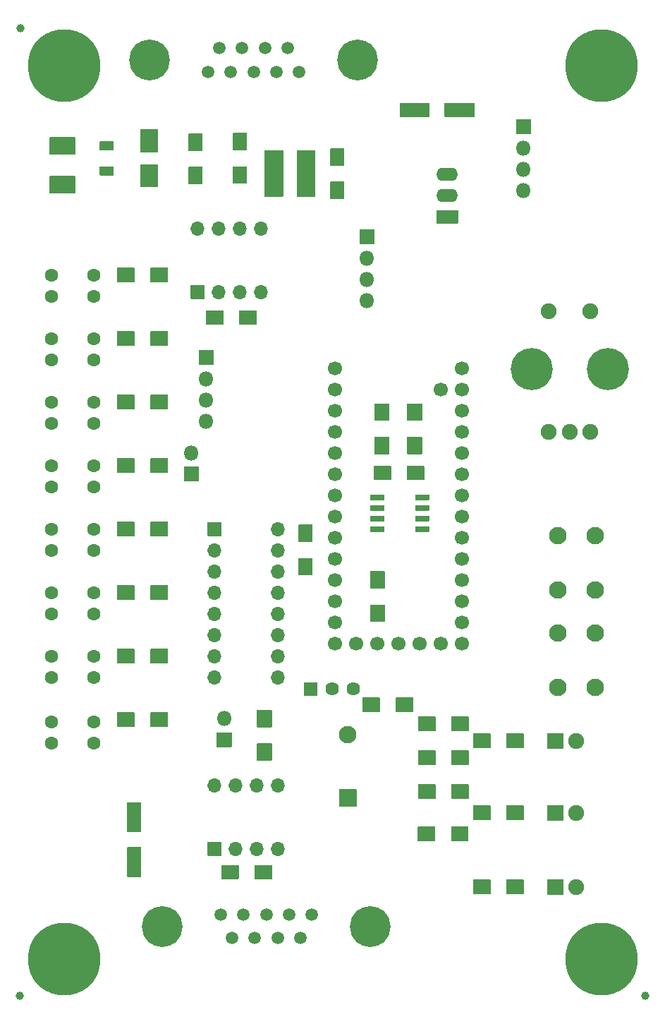
<source format=gbr>
G04 #@! TF.GenerationSoftware,KiCad,Pcbnew,(5.1.9)-1*
G04 #@! TF.CreationDate,2021-01-23T22:17:01+01:00*
G04 #@! TF.ProjectId,SNModule,534e4d6f-6475-46c6-952e-6b696361645f,rev?*
G04 #@! TF.SameCoordinates,Original*
G04 #@! TF.FileFunction,Soldermask,Top*
G04 #@! TF.FilePolarity,Negative*
%FSLAX46Y46*%
G04 Gerber Fmt 4.6, Leading zero omitted, Abs format (unit mm)*
G04 Created by KiCad (PCBNEW (5.1.9)-1) date 2021-01-23 22:17:01*
%MOMM*%
%LPD*%
G01*
G04 APERTURE LIST*
%ADD10C,1.600000*%
%ADD11C,1.700000*%
%ADD12C,1.000000*%
%ADD13C,4.900000*%
%ADD14C,1.500000*%
%ADD15C,5.052000*%
%ADD16C,1.900000*%
%ADD17O,1.800000X1.800000*%
%ADD18O,1.700000X1.700000*%
%ADD19O,2.600000X1.600000*%
%ADD20C,2.100000*%
%ADD21C,8.700000*%
%ADD22C,1.620000*%
G04 APERTURE END LIST*
G36*
G01*
X40856000Y-137204000D02*
X42456000Y-137204000D01*
G75*
G02*
X42506000Y-137254000I0J-50000D01*
G01*
X42506000Y-140754000D01*
G75*
G02*
X42456000Y-140804000I-50000J0D01*
G01*
X40856000Y-140804000D01*
G75*
G02*
X40806000Y-140754000I0J50000D01*
G01*
X40806000Y-137254000D01*
G75*
G02*
X40856000Y-137204000I50000J0D01*
G01*
G37*
G36*
G01*
X40856000Y-131804000D02*
X42456000Y-131804000D01*
G75*
G02*
X42506000Y-131854000I0J-50000D01*
G01*
X42506000Y-135354000D01*
G75*
G02*
X42456000Y-135404000I-50000J0D01*
G01*
X40856000Y-135404000D01*
G75*
G02*
X40806000Y-135354000I0J50000D01*
G01*
X40806000Y-131854000D01*
G75*
G02*
X40856000Y-131804000I50000J0D01*
G01*
G37*
D10*
X36830000Y-124714000D03*
X31750000Y-124714000D03*
X36830000Y-122174000D03*
X31750000Y-122174000D03*
X36830000Y-71120000D03*
X31750000Y-71120000D03*
X36830000Y-68580000D03*
X31750000Y-68580000D03*
X36830000Y-93980000D03*
X31750000Y-93980000D03*
X36830000Y-91440000D03*
X31750000Y-91440000D03*
X36830000Y-86360000D03*
X31750000Y-86360000D03*
X36830000Y-83820000D03*
X31750000Y-83820000D03*
D11*
X65786000Y-79756000D03*
X65786000Y-82296000D03*
X65786000Y-84836000D03*
X65786000Y-87376000D03*
X65786000Y-89916000D03*
X65786000Y-92456000D03*
X65786000Y-94996000D03*
X65786000Y-97536000D03*
X65786000Y-100076000D03*
X65786000Y-102616000D03*
X65786000Y-105156000D03*
X65786000Y-107696000D03*
X65786000Y-110236000D03*
X78486000Y-82296000D03*
X81026000Y-79756000D03*
X81026000Y-82296000D03*
X81026000Y-84836000D03*
X81026000Y-87376000D03*
X81026000Y-89916000D03*
X81026000Y-92456000D03*
X81026000Y-94996000D03*
X81026000Y-97536000D03*
X81026000Y-100076000D03*
X81026000Y-102616000D03*
X81026000Y-105156000D03*
X81026000Y-107696000D03*
X81026000Y-110236000D03*
X65786000Y-112776000D03*
X68326000Y-112776000D03*
X70866000Y-112776000D03*
X81026000Y-112776000D03*
X78486000Y-112776000D03*
X75946000Y-112776000D03*
X73406000Y-112776000D03*
G36*
G01*
X71716000Y-110206000D02*
X70016000Y-110206000D01*
G75*
G02*
X69966000Y-110156000I0J50000D01*
G01*
X69966000Y-108156000D01*
G75*
G02*
X70016000Y-108106000I50000J0D01*
G01*
X71716000Y-108106000D01*
G75*
G02*
X71766000Y-108156000I0J-50000D01*
G01*
X71766000Y-110156000D01*
G75*
G02*
X71716000Y-110206000I-50000J0D01*
G01*
G37*
G36*
G01*
X71716000Y-106206000D02*
X70016000Y-106206000D01*
G75*
G02*
X69966000Y-106156000I0J50000D01*
G01*
X69966000Y-104156000D01*
G75*
G02*
X70016000Y-104106000I50000J0D01*
G01*
X71716000Y-104106000D01*
G75*
G02*
X71766000Y-104156000I0J-50000D01*
G01*
X71766000Y-106156000D01*
G75*
G02*
X71716000Y-106206000I-50000J0D01*
G01*
G37*
D12*
X103000000Y-155000000D03*
X27940000Y-155000000D03*
X28000000Y-39000000D03*
D13*
X45017000Y-146708000D03*
X70007000Y-146708000D03*
D14*
X53402000Y-148128000D03*
X56142000Y-148128000D03*
X58882000Y-148128000D03*
X61622000Y-148128000D03*
X52032000Y-145288000D03*
X54772000Y-145288000D03*
X57512000Y-145288000D03*
X60252000Y-145288000D03*
X62992000Y-145288000D03*
D15*
X98540000Y-79876000D03*
X89340000Y-79876000D03*
D16*
X96440000Y-72876000D03*
X91440000Y-72876000D03*
X93940000Y-87376000D03*
X96440000Y-87376000D03*
X91440000Y-87376000D03*
G36*
G01*
X87492000Y-51650000D02*
X87492000Y-49950000D01*
G75*
G02*
X87542000Y-49900000I50000J0D01*
G01*
X89242000Y-49900000D01*
G75*
G02*
X89292000Y-49950000I0J-50000D01*
G01*
X89292000Y-51650000D01*
G75*
G02*
X89242000Y-51700000I-50000J0D01*
G01*
X87542000Y-51700000D01*
G75*
G02*
X87492000Y-51650000I0J50000D01*
G01*
G37*
D17*
X88392000Y-53340000D03*
X88392000Y-55880000D03*
X88392000Y-58420000D03*
D13*
X43493000Y-42776000D03*
X68483000Y-42776000D03*
D14*
X51878000Y-41356000D03*
X54618000Y-41356000D03*
X57358000Y-41356000D03*
X60098000Y-41356000D03*
X50508000Y-44196000D03*
X53248000Y-44196000D03*
X55988000Y-44196000D03*
X58728000Y-44196000D03*
X61468000Y-44196000D03*
G36*
G01*
X63345000Y-59188000D02*
X61195000Y-59188000D01*
G75*
G02*
X61145000Y-59138000I0J50000D01*
G01*
X61145000Y-53638000D01*
G75*
G02*
X61195000Y-53588000I50000J0D01*
G01*
X63345000Y-53588000D01*
G75*
G02*
X63395000Y-53638000I0J-50000D01*
G01*
X63395000Y-59138000D01*
G75*
G02*
X63345000Y-59188000I-50000J0D01*
G01*
G37*
G36*
G01*
X59495000Y-59188000D02*
X57345000Y-59188000D01*
G75*
G02*
X57295000Y-59138000I0J50000D01*
G01*
X57295000Y-53638000D01*
G75*
G02*
X57345000Y-53588000I50000J0D01*
G01*
X59495000Y-53588000D01*
G75*
G02*
X59545000Y-53638000I0J-50000D01*
G01*
X59545000Y-59138000D01*
G75*
G02*
X59495000Y-59188000I-50000J0D01*
G01*
G37*
G36*
G01*
X88426000Y-141136000D02*
X88426000Y-142836000D01*
G75*
G02*
X88376000Y-142886000I-50000J0D01*
G01*
X86376000Y-142886000D01*
G75*
G02*
X86326000Y-142836000I0J50000D01*
G01*
X86326000Y-141136000D01*
G75*
G02*
X86376000Y-141086000I50000J0D01*
G01*
X88376000Y-141086000D01*
G75*
G02*
X88426000Y-141136000I0J-50000D01*
G01*
G37*
G36*
G01*
X84426000Y-141136000D02*
X84426000Y-142836000D01*
G75*
G02*
X84376000Y-142886000I-50000J0D01*
G01*
X82376000Y-142886000D01*
G75*
G02*
X82326000Y-142836000I0J50000D01*
G01*
X82326000Y-141136000D01*
G75*
G02*
X82376000Y-141086000I50000J0D01*
G01*
X84376000Y-141086000D01*
G75*
G02*
X84426000Y-141136000I0J-50000D01*
G01*
G37*
G36*
G01*
X88426000Y-132246000D02*
X88426000Y-133946000D01*
G75*
G02*
X88376000Y-133996000I-50000J0D01*
G01*
X86376000Y-133996000D01*
G75*
G02*
X86326000Y-133946000I0J50000D01*
G01*
X86326000Y-132246000D01*
G75*
G02*
X86376000Y-132196000I50000J0D01*
G01*
X88376000Y-132196000D01*
G75*
G02*
X88426000Y-132246000I0J-50000D01*
G01*
G37*
G36*
G01*
X84426000Y-132246000D02*
X84426000Y-133946000D01*
G75*
G02*
X84376000Y-133996000I-50000J0D01*
G01*
X82376000Y-133996000D01*
G75*
G02*
X82326000Y-133946000I0J50000D01*
G01*
X82326000Y-132246000D01*
G75*
G02*
X82376000Y-132196000I50000J0D01*
G01*
X84376000Y-132196000D01*
G75*
G02*
X84426000Y-132246000I0J-50000D01*
G01*
G37*
G36*
G01*
X88426000Y-123610000D02*
X88426000Y-125310000D01*
G75*
G02*
X88376000Y-125360000I-50000J0D01*
G01*
X86376000Y-125360000D01*
G75*
G02*
X86326000Y-125310000I0J50000D01*
G01*
X86326000Y-123610000D01*
G75*
G02*
X86376000Y-123560000I50000J0D01*
G01*
X88376000Y-123560000D01*
G75*
G02*
X88426000Y-123610000I0J-50000D01*
G01*
G37*
G36*
G01*
X84426000Y-123610000D02*
X84426000Y-125310000D01*
G75*
G02*
X84376000Y-125360000I-50000J0D01*
G01*
X82376000Y-125360000D01*
G75*
G02*
X82326000Y-125310000I0J50000D01*
G01*
X82326000Y-123610000D01*
G75*
G02*
X82376000Y-123560000I50000J0D01*
G01*
X84376000Y-123560000D01*
G75*
G02*
X84426000Y-123610000I0J-50000D01*
G01*
G37*
G36*
G01*
X45690000Y-121070000D02*
X45690000Y-122770000D01*
G75*
G02*
X45640000Y-122820000I-50000J0D01*
G01*
X43640000Y-122820000D01*
G75*
G02*
X43590000Y-122770000I0J50000D01*
G01*
X43590000Y-121070000D01*
G75*
G02*
X43640000Y-121020000I50000J0D01*
G01*
X45640000Y-121020000D01*
G75*
G02*
X45690000Y-121070000I0J-50000D01*
G01*
G37*
G36*
G01*
X41690000Y-121070000D02*
X41690000Y-122770000D01*
G75*
G02*
X41640000Y-122820000I-50000J0D01*
G01*
X39640000Y-122820000D01*
G75*
G02*
X39590000Y-122770000I0J50000D01*
G01*
X39590000Y-121070000D01*
G75*
G02*
X39640000Y-121020000I50000J0D01*
G01*
X41640000Y-121020000D01*
G75*
G02*
X41690000Y-121070000I0J-50000D01*
G01*
G37*
G36*
G01*
X45690000Y-113450000D02*
X45690000Y-115150000D01*
G75*
G02*
X45640000Y-115200000I-50000J0D01*
G01*
X43640000Y-115200000D01*
G75*
G02*
X43590000Y-115150000I0J50000D01*
G01*
X43590000Y-113450000D01*
G75*
G02*
X43640000Y-113400000I50000J0D01*
G01*
X45640000Y-113400000D01*
G75*
G02*
X45690000Y-113450000I0J-50000D01*
G01*
G37*
G36*
G01*
X41690000Y-113450000D02*
X41690000Y-115150000D01*
G75*
G02*
X41640000Y-115200000I-50000J0D01*
G01*
X39640000Y-115200000D01*
G75*
G02*
X39590000Y-115150000I0J50000D01*
G01*
X39590000Y-113450000D01*
G75*
G02*
X39640000Y-113400000I50000J0D01*
G01*
X41640000Y-113400000D01*
G75*
G02*
X41690000Y-113450000I0J-50000D01*
G01*
G37*
G36*
G01*
X45690000Y-105830000D02*
X45690000Y-107530000D01*
G75*
G02*
X45640000Y-107580000I-50000J0D01*
G01*
X43640000Y-107580000D01*
G75*
G02*
X43590000Y-107530000I0J50000D01*
G01*
X43590000Y-105830000D01*
G75*
G02*
X43640000Y-105780000I50000J0D01*
G01*
X45640000Y-105780000D01*
G75*
G02*
X45690000Y-105830000I0J-50000D01*
G01*
G37*
G36*
G01*
X41690000Y-105830000D02*
X41690000Y-107530000D01*
G75*
G02*
X41640000Y-107580000I-50000J0D01*
G01*
X39640000Y-107580000D01*
G75*
G02*
X39590000Y-107530000I0J50000D01*
G01*
X39590000Y-105830000D01*
G75*
G02*
X39640000Y-105780000I50000J0D01*
G01*
X41640000Y-105780000D01*
G75*
G02*
X41690000Y-105830000I0J-50000D01*
G01*
G37*
G36*
G01*
X45690000Y-98210000D02*
X45690000Y-99910000D01*
G75*
G02*
X45640000Y-99960000I-50000J0D01*
G01*
X43640000Y-99960000D01*
G75*
G02*
X43590000Y-99910000I0J50000D01*
G01*
X43590000Y-98210000D01*
G75*
G02*
X43640000Y-98160000I50000J0D01*
G01*
X45640000Y-98160000D01*
G75*
G02*
X45690000Y-98210000I0J-50000D01*
G01*
G37*
G36*
G01*
X41690000Y-98210000D02*
X41690000Y-99910000D01*
G75*
G02*
X41640000Y-99960000I-50000J0D01*
G01*
X39640000Y-99960000D01*
G75*
G02*
X39590000Y-99910000I0J50000D01*
G01*
X39590000Y-98210000D01*
G75*
G02*
X39640000Y-98160000I50000J0D01*
G01*
X41640000Y-98160000D01*
G75*
G02*
X41690000Y-98210000I0J-50000D01*
G01*
G37*
G36*
G01*
X45690000Y-90590000D02*
X45690000Y-92290000D01*
G75*
G02*
X45640000Y-92340000I-50000J0D01*
G01*
X43640000Y-92340000D01*
G75*
G02*
X43590000Y-92290000I0J50000D01*
G01*
X43590000Y-90590000D01*
G75*
G02*
X43640000Y-90540000I50000J0D01*
G01*
X45640000Y-90540000D01*
G75*
G02*
X45690000Y-90590000I0J-50000D01*
G01*
G37*
G36*
G01*
X41690000Y-90590000D02*
X41690000Y-92290000D01*
G75*
G02*
X41640000Y-92340000I-50000J0D01*
G01*
X39640000Y-92340000D01*
G75*
G02*
X39590000Y-92290000I0J50000D01*
G01*
X39590000Y-90590000D01*
G75*
G02*
X39640000Y-90540000I50000J0D01*
G01*
X41640000Y-90540000D01*
G75*
G02*
X41690000Y-90590000I0J-50000D01*
G01*
G37*
G36*
G01*
X45690000Y-82970000D02*
X45690000Y-84670000D01*
G75*
G02*
X45640000Y-84720000I-50000J0D01*
G01*
X43640000Y-84720000D01*
G75*
G02*
X43590000Y-84670000I0J50000D01*
G01*
X43590000Y-82970000D01*
G75*
G02*
X43640000Y-82920000I50000J0D01*
G01*
X45640000Y-82920000D01*
G75*
G02*
X45690000Y-82970000I0J-50000D01*
G01*
G37*
G36*
G01*
X41690000Y-82970000D02*
X41690000Y-84670000D01*
G75*
G02*
X41640000Y-84720000I-50000J0D01*
G01*
X39640000Y-84720000D01*
G75*
G02*
X39590000Y-84670000I0J50000D01*
G01*
X39590000Y-82970000D01*
G75*
G02*
X39640000Y-82920000I50000J0D01*
G01*
X41640000Y-82920000D01*
G75*
G02*
X41690000Y-82970000I0J-50000D01*
G01*
G37*
G36*
G01*
X45690000Y-75350000D02*
X45690000Y-77050000D01*
G75*
G02*
X45640000Y-77100000I-50000J0D01*
G01*
X43640000Y-77100000D01*
G75*
G02*
X43590000Y-77050000I0J50000D01*
G01*
X43590000Y-75350000D01*
G75*
G02*
X43640000Y-75300000I50000J0D01*
G01*
X45640000Y-75300000D01*
G75*
G02*
X45690000Y-75350000I0J-50000D01*
G01*
G37*
G36*
G01*
X41690000Y-75350000D02*
X41690000Y-77050000D01*
G75*
G02*
X41640000Y-77100000I-50000J0D01*
G01*
X39640000Y-77100000D01*
G75*
G02*
X39590000Y-77050000I0J50000D01*
G01*
X39590000Y-75350000D01*
G75*
G02*
X39640000Y-75300000I50000J0D01*
G01*
X41640000Y-75300000D01*
G75*
G02*
X41690000Y-75350000I0J-50000D01*
G01*
G37*
G36*
G01*
X45690000Y-67730000D02*
X45690000Y-69430000D01*
G75*
G02*
X45640000Y-69480000I-50000J0D01*
G01*
X43640000Y-69480000D01*
G75*
G02*
X43590000Y-69430000I0J50000D01*
G01*
X43590000Y-67730000D01*
G75*
G02*
X43640000Y-67680000I50000J0D01*
G01*
X45640000Y-67680000D01*
G75*
G02*
X45690000Y-67730000I0J-50000D01*
G01*
G37*
G36*
G01*
X41690000Y-67730000D02*
X41690000Y-69430000D01*
G75*
G02*
X41640000Y-69480000I-50000J0D01*
G01*
X39640000Y-69480000D01*
G75*
G02*
X39590000Y-69430000I0J50000D01*
G01*
X39590000Y-67730000D01*
G75*
G02*
X39640000Y-67680000I50000J0D01*
G01*
X41640000Y-67680000D01*
G75*
G02*
X41690000Y-67730000I0J-50000D01*
G01*
G37*
G36*
G01*
X74461000Y-83977000D02*
X76161000Y-83977000D01*
G75*
G02*
X76211000Y-84027000I0J-50000D01*
G01*
X76211000Y-86027000D01*
G75*
G02*
X76161000Y-86077000I-50000J0D01*
G01*
X74461000Y-86077000D01*
G75*
G02*
X74411000Y-86027000I0J50000D01*
G01*
X74411000Y-84027000D01*
G75*
G02*
X74461000Y-83977000I50000J0D01*
G01*
G37*
G36*
G01*
X74461000Y-87977000D02*
X76161000Y-87977000D01*
G75*
G02*
X76211000Y-88027000I0J-50000D01*
G01*
X76211000Y-90027000D01*
G75*
G02*
X76161000Y-90077000I-50000J0D01*
G01*
X74461000Y-90077000D01*
G75*
G02*
X74411000Y-90027000I0J50000D01*
G01*
X74411000Y-88027000D01*
G75*
G02*
X74461000Y-87977000I50000J0D01*
G01*
G37*
G36*
G01*
X70524000Y-83977000D02*
X72224000Y-83977000D01*
G75*
G02*
X72274000Y-84027000I0J-50000D01*
G01*
X72274000Y-86027000D01*
G75*
G02*
X72224000Y-86077000I-50000J0D01*
G01*
X70524000Y-86077000D01*
G75*
G02*
X70474000Y-86027000I0J50000D01*
G01*
X70474000Y-84027000D01*
G75*
G02*
X70524000Y-83977000I50000J0D01*
G01*
G37*
G36*
G01*
X70524000Y-87977000D02*
X72224000Y-87977000D01*
G75*
G02*
X72274000Y-88027000I0J-50000D01*
G01*
X72274000Y-90027000D01*
G75*
G02*
X72224000Y-90077000I-50000J0D01*
G01*
X70524000Y-90077000D01*
G75*
G02*
X70474000Y-90027000I0J50000D01*
G01*
X70474000Y-88027000D01*
G75*
G02*
X70524000Y-87977000I50000J0D01*
G01*
G37*
D10*
X36830000Y-109220000D03*
X31750000Y-109220000D03*
X36830000Y-106680000D03*
X31750000Y-106680000D03*
X36830000Y-116840000D03*
X31750000Y-116840000D03*
X36830000Y-114300000D03*
X31750000Y-114300000D03*
X36830000Y-78740000D03*
X31750000Y-78740000D03*
X36830000Y-76200000D03*
X31750000Y-76200000D03*
X36830000Y-101600000D03*
X31750000Y-101600000D03*
X36830000Y-99060000D03*
X31750000Y-99060000D03*
G36*
G01*
X56427000Y-120743000D02*
X58127000Y-120743000D01*
G75*
G02*
X58177000Y-120793000I0J-50000D01*
G01*
X58177000Y-122793000D01*
G75*
G02*
X58127000Y-122843000I-50000J0D01*
G01*
X56427000Y-122843000D01*
G75*
G02*
X56377000Y-122793000I0J50000D01*
G01*
X56377000Y-120793000D01*
G75*
G02*
X56427000Y-120743000I50000J0D01*
G01*
G37*
G36*
G01*
X56427000Y-124743000D02*
X58127000Y-124743000D01*
G75*
G02*
X58177000Y-124793000I0J-50000D01*
G01*
X58177000Y-126793000D01*
G75*
G02*
X58127000Y-126843000I-50000J0D01*
G01*
X56427000Y-126843000D01*
G75*
G02*
X56377000Y-126793000I0J50000D01*
G01*
X56377000Y-124793000D01*
G75*
G02*
X56427000Y-124743000I50000J0D01*
G01*
G37*
G36*
G01*
X53351000Y-123483000D02*
X53351000Y-125183000D01*
G75*
G02*
X53301000Y-125233000I-50000J0D01*
G01*
X51601000Y-125233000D01*
G75*
G02*
X51551000Y-125183000I0J50000D01*
G01*
X51551000Y-123483000D01*
G75*
G02*
X51601000Y-123433000I50000J0D01*
G01*
X53301000Y-123433000D01*
G75*
G02*
X53351000Y-123483000I0J-50000D01*
G01*
G37*
D17*
X52451000Y-121793000D03*
G36*
G01*
X70008000Y-95550000D02*
X70008000Y-94950000D01*
G75*
G02*
X70058000Y-94900000I50000J0D01*
G01*
X71608000Y-94900000D01*
G75*
G02*
X71658000Y-94950000I0J-50000D01*
G01*
X71658000Y-95550000D01*
G75*
G02*
X71608000Y-95600000I-50000J0D01*
G01*
X70058000Y-95600000D01*
G75*
G02*
X70008000Y-95550000I0J50000D01*
G01*
G37*
G36*
G01*
X70008000Y-96820000D02*
X70008000Y-96220000D01*
G75*
G02*
X70058000Y-96170000I50000J0D01*
G01*
X71608000Y-96170000D01*
G75*
G02*
X71658000Y-96220000I0J-50000D01*
G01*
X71658000Y-96820000D01*
G75*
G02*
X71608000Y-96870000I-50000J0D01*
G01*
X70058000Y-96870000D01*
G75*
G02*
X70008000Y-96820000I0J50000D01*
G01*
G37*
G36*
G01*
X70008000Y-98090000D02*
X70008000Y-97490000D01*
G75*
G02*
X70058000Y-97440000I50000J0D01*
G01*
X71608000Y-97440000D01*
G75*
G02*
X71658000Y-97490000I0J-50000D01*
G01*
X71658000Y-98090000D01*
G75*
G02*
X71608000Y-98140000I-50000J0D01*
G01*
X70058000Y-98140000D01*
G75*
G02*
X70008000Y-98090000I0J50000D01*
G01*
G37*
G36*
G01*
X70008000Y-99360000D02*
X70008000Y-98760000D01*
G75*
G02*
X70058000Y-98710000I50000J0D01*
G01*
X71608000Y-98710000D01*
G75*
G02*
X71658000Y-98760000I0J-50000D01*
G01*
X71658000Y-99360000D01*
G75*
G02*
X71608000Y-99410000I-50000J0D01*
G01*
X70058000Y-99410000D01*
G75*
G02*
X70008000Y-99360000I0J50000D01*
G01*
G37*
G36*
G01*
X75408000Y-99360000D02*
X75408000Y-98760000D01*
G75*
G02*
X75458000Y-98710000I50000J0D01*
G01*
X77008000Y-98710000D01*
G75*
G02*
X77058000Y-98760000I0J-50000D01*
G01*
X77058000Y-99360000D01*
G75*
G02*
X77008000Y-99410000I-50000J0D01*
G01*
X75458000Y-99410000D01*
G75*
G02*
X75408000Y-99360000I0J50000D01*
G01*
G37*
G36*
G01*
X75408000Y-98090000D02*
X75408000Y-97490000D01*
G75*
G02*
X75458000Y-97440000I50000J0D01*
G01*
X77008000Y-97440000D01*
G75*
G02*
X77058000Y-97490000I0J-50000D01*
G01*
X77058000Y-98090000D01*
G75*
G02*
X77008000Y-98140000I-50000J0D01*
G01*
X75458000Y-98140000D01*
G75*
G02*
X75408000Y-98090000I0J50000D01*
G01*
G37*
G36*
G01*
X75408000Y-96820000D02*
X75408000Y-96220000D01*
G75*
G02*
X75458000Y-96170000I50000J0D01*
G01*
X77008000Y-96170000D01*
G75*
G02*
X77058000Y-96220000I0J-50000D01*
G01*
X77058000Y-96820000D01*
G75*
G02*
X77008000Y-96870000I-50000J0D01*
G01*
X75458000Y-96870000D01*
G75*
G02*
X75408000Y-96820000I0J50000D01*
G01*
G37*
G36*
G01*
X75408000Y-95550000D02*
X75408000Y-94950000D01*
G75*
G02*
X75458000Y-94900000I50000J0D01*
G01*
X77008000Y-94900000D01*
G75*
G02*
X77058000Y-94950000I0J-50000D01*
G01*
X77058000Y-95550000D01*
G75*
G02*
X77008000Y-95600000I-50000J0D01*
G01*
X75458000Y-95600000D01*
G75*
G02*
X75408000Y-95550000I0J50000D01*
G01*
G37*
G36*
G01*
X52108000Y-138264000D02*
X50508000Y-138264000D01*
G75*
G02*
X50458000Y-138214000I0J50000D01*
G01*
X50458000Y-136614000D01*
G75*
G02*
X50508000Y-136564000I50000J0D01*
G01*
X52108000Y-136564000D01*
G75*
G02*
X52158000Y-136614000I0J-50000D01*
G01*
X52158000Y-138214000D01*
G75*
G02*
X52108000Y-138264000I-50000J0D01*
G01*
G37*
D18*
X58928000Y-129794000D03*
X53848000Y-137414000D03*
X56388000Y-129794000D03*
X56388000Y-137414000D03*
X53848000Y-129794000D03*
X58928000Y-137414000D03*
X51308000Y-129794000D03*
G36*
G01*
X50076000Y-71462000D02*
X48476000Y-71462000D01*
G75*
G02*
X48426000Y-71412000I0J50000D01*
G01*
X48426000Y-69812000D01*
G75*
G02*
X48476000Y-69762000I50000J0D01*
G01*
X50076000Y-69762000D01*
G75*
G02*
X50126000Y-69812000I0J-50000D01*
G01*
X50126000Y-71412000D01*
G75*
G02*
X50076000Y-71462000I-50000J0D01*
G01*
G37*
X56896000Y-62992000D03*
X51816000Y-70612000D03*
X54356000Y-62992000D03*
X54356000Y-70612000D03*
X51816000Y-62992000D03*
X56896000Y-70612000D03*
X49276000Y-62992000D03*
G36*
G01*
X80498000Y-62395000D02*
X77998000Y-62395000D01*
G75*
G02*
X77948000Y-62345000I0J50000D01*
G01*
X77948000Y-60845000D01*
G75*
G02*
X77998000Y-60795000I50000J0D01*
G01*
X80498000Y-60795000D01*
G75*
G02*
X80548000Y-60845000I0J-50000D01*
G01*
X80548000Y-62345000D01*
G75*
G02*
X80498000Y-62395000I-50000J0D01*
G01*
G37*
D19*
X79248000Y-59055000D03*
X79248000Y-56515000D03*
G36*
G01*
X50458000Y-99860000D02*
X50458000Y-98260000D01*
G75*
G02*
X50508000Y-98210000I50000J0D01*
G01*
X52108000Y-98210000D01*
G75*
G02*
X52158000Y-98260000I0J-50000D01*
G01*
X52158000Y-99860000D01*
G75*
G02*
X52108000Y-99910000I-50000J0D01*
G01*
X50508000Y-99910000D01*
G75*
G02*
X50458000Y-99860000I0J50000D01*
G01*
G37*
D18*
X58928000Y-116840000D03*
X51308000Y-101600000D03*
X58928000Y-114300000D03*
X51308000Y-104140000D03*
X58928000Y-111760000D03*
X51308000Y-106680000D03*
X58928000Y-109220000D03*
X51308000Y-109220000D03*
X58928000Y-106680000D03*
X51308000Y-111760000D03*
X58928000Y-104140000D03*
X51308000Y-114300000D03*
X58928000Y-101600000D03*
X51308000Y-116840000D03*
X58928000Y-99060000D03*
D20*
X92528000Y-99822000D03*
X97028000Y-99822000D03*
X92528000Y-106322000D03*
X97028000Y-106322000D03*
X92528000Y-111506000D03*
X97028000Y-111506000D03*
X92528000Y-118006000D03*
X97028000Y-118006000D03*
G36*
G01*
X49414000Y-91606000D02*
X49414000Y-93306000D01*
G75*
G02*
X49364000Y-93356000I-50000J0D01*
G01*
X47664000Y-93356000D01*
G75*
G02*
X47614000Y-93306000I0J50000D01*
G01*
X47614000Y-91606000D01*
G75*
G02*
X47664000Y-91556000I50000J0D01*
G01*
X49364000Y-91556000D01*
G75*
G02*
X49414000Y-91606000I0J-50000D01*
G01*
G37*
D17*
X48514000Y-89916000D03*
G36*
G01*
X68696000Y-64858000D02*
X68696000Y-63158000D01*
G75*
G02*
X68746000Y-63108000I50000J0D01*
G01*
X70446000Y-63108000D01*
G75*
G02*
X70496000Y-63158000I0J-50000D01*
G01*
X70496000Y-64858000D01*
G75*
G02*
X70446000Y-64908000I-50000J0D01*
G01*
X68746000Y-64908000D01*
G75*
G02*
X68696000Y-64858000I0J50000D01*
G01*
G37*
X69596000Y-66548000D03*
X69596000Y-69088000D03*
X69596000Y-71628000D03*
G36*
G01*
X49392000Y-79336000D02*
X49392000Y-77636000D01*
G75*
G02*
X49442000Y-77586000I50000J0D01*
G01*
X51142000Y-77586000D01*
G75*
G02*
X51192000Y-77636000I0J-50000D01*
G01*
X51192000Y-79336000D01*
G75*
G02*
X51142000Y-79386000I-50000J0D01*
G01*
X49442000Y-79386000D01*
G75*
G02*
X49392000Y-79336000I0J50000D01*
G01*
G37*
X50292000Y-81026000D03*
X50292000Y-83566000D03*
X50292000Y-86106000D03*
G36*
G01*
X44499000Y-55317000D02*
X44499000Y-57967000D01*
G75*
G02*
X44449000Y-58017000I-50000J0D01*
G01*
X42419000Y-58017000D01*
G75*
G02*
X42369000Y-57967000I0J50000D01*
G01*
X42369000Y-55317000D01*
G75*
G02*
X42419000Y-55267000I50000J0D01*
G01*
X44449000Y-55267000D01*
G75*
G02*
X44499000Y-55317000I0J-50000D01*
G01*
G37*
G36*
G01*
X44499000Y-51137000D02*
X44499000Y-53787000D01*
G75*
G02*
X44449000Y-53837000I-50000J0D01*
G01*
X42419000Y-53837000D01*
G75*
G02*
X42369000Y-53787000I0J50000D01*
G01*
X42369000Y-51137000D01*
G75*
G02*
X42419000Y-51087000I50000J0D01*
G01*
X44449000Y-51087000D01*
G75*
G02*
X44499000Y-51137000I0J-50000D01*
G01*
G37*
G36*
G01*
X91252000Y-142886000D02*
X91252000Y-141086000D01*
G75*
G02*
X91302000Y-141036000I50000J0D01*
G01*
X93102000Y-141036000D01*
G75*
G02*
X93152000Y-141086000I0J-50000D01*
G01*
X93152000Y-142886000D01*
G75*
G02*
X93102000Y-142936000I-50000J0D01*
G01*
X91302000Y-142936000D01*
G75*
G02*
X91252000Y-142886000I0J50000D01*
G01*
G37*
D16*
X94742000Y-141986000D03*
G36*
G01*
X91252000Y-133996000D02*
X91252000Y-132196000D01*
G75*
G02*
X91302000Y-132146000I50000J0D01*
G01*
X93102000Y-132146000D01*
G75*
G02*
X93152000Y-132196000I0J-50000D01*
G01*
X93152000Y-133996000D01*
G75*
G02*
X93102000Y-134046000I-50000J0D01*
G01*
X91302000Y-134046000D01*
G75*
G02*
X91252000Y-133996000I0J50000D01*
G01*
G37*
X94742000Y-133096000D03*
G36*
G01*
X91252000Y-125360000D02*
X91252000Y-123560000D01*
G75*
G02*
X91302000Y-123510000I50000J0D01*
G01*
X93102000Y-123510000D01*
G75*
G02*
X93152000Y-123560000I0J-50000D01*
G01*
X93152000Y-125360000D01*
G75*
G02*
X93102000Y-125410000I-50000J0D01*
G01*
X91302000Y-125410000D01*
G75*
G02*
X91252000Y-125360000I0J50000D01*
G01*
G37*
X94742000Y-124460000D03*
G36*
G01*
X66840000Y-59470000D02*
X65240000Y-59470000D01*
G75*
G02*
X65190000Y-59420000I0J50000D01*
G01*
X65190000Y-57420000D01*
G75*
G02*
X65240000Y-57370000I50000J0D01*
G01*
X66840000Y-57370000D01*
G75*
G02*
X66890000Y-57420000I0J-50000D01*
G01*
X66890000Y-59420000D01*
G75*
G02*
X66840000Y-59470000I-50000J0D01*
G01*
G37*
G36*
G01*
X66840000Y-55470000D02*
X65240000Y-55470000D01*
G75*
G02*
X65190000Y-55420000I0J50000D01*
G01*
X65190000Y-53420000D01*
G75*
G02*
X65240000Y-53370000I50000J0D01*
G01*
X66840000Y-53370000D01*
G75*
G02*
X66890000Y-53420000I0J-50000D01*
G01*
X66890000Y-55420000D01*
G75*
G02*
X66840000Y-55470000I-50000J0D01*
G01*
G37*
G36*
G01*
X49822000Y-57692000D02*
X48222000Y-57692000D01*
G75*
G02*
X48172000Y-57642000I0J50000D01*
G01*
X48172000Y-55642000D01*
G75*
G02*
X48222000Y-55592000I50000J0D01*
G01*
X49822000Y-55592000D01*
G75*
G02*
X49872000Y-55642000I0J-50000D01*
G01*
X49872000Y-57642000D01*
G75*
G02*
X49822000Y-57692000I-50000J0D01*
G01*
G37*
G36*
G01*
X49822000Y-53692000D02*
X48222000Y-53692000D01*
G75*
G02*
X48172000Y-53642000I0J50000D01*
G01*
X48172000Y-51642000D01*
G75*
G02*
X48222000Y-51592000I50000J0D01*
G01*
X49822000Y-51592000D01*
G75*
G02*
X49872000Y-51642000I0J-50000D01*
G01*
X49872000Y-53642000D01*
G75*
G02*
X49822000Y-53692000I-50000J0D01*
G01*
G37*
G36*
G01*
X55156000Y-57628000D02*
X53556000Y-57628000D01*
G75*
G02*
X53506000Y-57578000I0J50000D01*
G01*
X53506000Y-55578000D01*
G75*
G02*
X53556000Y-55528000I50000J0D01*
G01*
X55156000Y-55528000D01*
G75*
G02*
X55206000Y-55578000I0J-50000D01*
G01*
X55206000Y-57578000D01*
G75*
G02*
X55156000Y-57628000I-50000J0D01*
G01*
G37*
G36*
G01*
X55156000Y-53628000D02*
X53556000Y-53628000D01*
G75*
G02*
X53506000Y-53578000I0J50000D01*
G01*
X53506000Y-51578000D01*
G75*
G02*
X53556000Y-51528000I50000J0D01*
G01*
X55156000Y-51528000D01*
G75*
G02*
X55206000Y-51578000I0J-50000D01*
G01*
X55206000Y-53578000D01*
G75*
G02*
X55156000Y-53628000I-50000J0D01*
G01*
G37*
D12*
X100070419Y-41153581D03*
X97790000Y-40209000D03*
X95509581Y-41153581D03*
X94565000Y-43434000D03*
X95509581Y-45714419D03*
X97790000Y-46659000D03*
X100070419Y-45714419D03*
X101015000Y-43434000D03*
D21*
X97790000Y-43434000D03*
X33274000Y-43434000D03*
D12*
X36499000Y-43434000D03*
X35554419Y-45714419D03*
X33274000Y-46659000D03*
X30993581Y-45714419D03*
X30049000Y-43434000D03*
X30993581Y-41153581D03*
X33274000Y-40209000D03*
X35554419Y-41153581D03*
X35554419Y-148341581D03*
X33274000Y-147397000D03*
X30993581Y-148341581D03*
X30049000Y-150622000D03*
X30993581Y-152902419D03*
X33274000Y-153847000D03*
X35554419Y-152902419D03*
X36499000Y-150622000D03*
D21*
X33274000Y-150622000D03*
X97790000Y-150622000D03*
D12*
X101015000Y-150622000D03*
X100070419Y-152902419D03*
X97790000Y-153847000D03*
X95509581Y-152902419D03*
X94565000Y-150622000D03*
X95509581Y-148341581D03*
X97790000Y-147397000D03*
X100070419Y-148341581D03*
G36*
G01*
X39154000Y-53636000D02*
X37554000Y-53636000D01*
G75*
G02*
X37504000Y-53586000I0J50000D01*
G01*
X37504000Y-52586000D01*
G75*
G02*
X37554000Y-52536000I50000J0D01*
G01*
X39154000Y-52536000D01*
G75*
G02*
X39204000Y-52586000I0J-50000D01*
G01*
X39204000Y-53586000D01*
G75*
G02*
X39154000Y-53636000I-50000J0D01*
G01*
G37*
G36*
G01*
X39154000Y-56636000D02*
X37554000Y-56636000D01*
G75*
G02*
X37504000Y-56586000I0J50000D01*
G01*
X37504000Y-55586000D01*
G75*
G02*
X37554000Y-55536000I50000J0D01*
G01*
X39154000Y-55536000D01*
G75*
G02*
X39204000Y-55586000I0J-50000D01*
G01*
X39204000Y-56586000D01*
G75*
G02*
X39154000Y-56636000I-50000J0D01*
G01*
G37*
G36*
G01*
X34520000Y-54136000D02*
X31520000Y-54136000D01*
G75*
G02*
X31470000Y-54086000I0J50000D01*
G01*
X31470000Y-52086000D01*
G75*
G02*
X31520000Y-52036000I50000J0D01*
G01*
X34520000Y-52036000D01*
G75*
G02*
X34570000Y-52086000I0J-50000D01*
G01*
X34570000Y-54086000D01*
G75*
G02*
X34520000Y-54136000I-50000J0D01*
G01*
G37*
G36*
G01*
X34520000Y-58786000D02*
X31520000Y-58786000D01*
G75*
G02*
X31470000Y-58736000I0J50000D01*
G01*
X31470000Y-56736000D01*
G75*
G02*
X31520000Y-56686000I50000J0D01*
G01*
X34520000Y-56686000D01*
G75*
G02*
X34570000Y-56736000I0J-50000D01*
G01*
X34570000Y-58736000D01*
G75*
G02*
X34520000Y-58786000I-50000J0D01*
G01*
G37*
D20*
X67310000Y-123718000D03*
G36*
G01*
X68310000Y-132368000D02*
X66310000Y-132368000D01*
G75*
G02*
X66260000Y-132318000I0J50000D01*
G01*
X66260000Y-130318000D01*
G75*
G02*
X66310000Y-130268000I50000J0D01*
G01*
X68310000Y-130268000D01*
G75*
G02*
X68360000Y-130318000I0J-50000D01*
G01*
X68360000Y-132318000D01*
G75*
G02*
X68310000Y-132368000I-50000J0D01*
G01*
G37*
G36*
G01*
X73510000Y-49568000D02*
X73510000Y-47968000D01*
G75*
G02*
X73560000Y-47918000I50000J0D01*
G01*
X77060000Y-47918000D01*
G75*
G02*
X77110000Y-47968000I0J-50000D01*
G01*
X77110000Y-49568000D01*
G75*
G02*
X77060000Y-49618000I-50000J0D01*
G01*
X73560000Y-49618000D01*
G75*
G02*
X73510000Y-49568000I0J50000D01*
G01*
G37*
G36*
G01*
X78910000Y-49568000D02*
X78910000Y-47968000D01*
G75*
G02*
X78960000Y-47918000I50000J0D01*
G01*
X82460000Y-47918000D01*
G75*
G02*
X82510000Y-47968000I0J-50000D01*
G01*
X82510000Y-49568000D01*
G75*
G02*
X82460000Y-49618000I-50000J0D01*
G01*
X78960000Y-49618000D01*
G75*
G02*
X78910000Y-49568000I0J50000D01*
G01*
G37*
G36*
G01*
X61430000Y-102518000D02*
X63030000Y-102518000D01*
G75*
G02*
X63080000Y-102568000I0J-50000D01*
G01*
X63080000Y-104568000D01*
G75*
G02*
X63030000Y-104618000I-50000J0D01*
G01*
X61430000Y-104618000D01*
G75*
G02*
X61380000Y-104568000I0J50000D01*
G01*
X61380000Y-102568000D01*
G75*
G02*
X61430000Y-102518000I50000J0D01*
G01*
G37*
G36*
G01*
X61430000Y-98518000D02*
X63030000Y-98518000D01*
G75*
G02*
X63080000Y-98568000I0J-50000D01*
G01*
X63080000Y-100568000D01*
G75*
G02*
X63030000Y-100618000I-50000J0D01*
G01*
X61430000Y-100618000D01*
G75*
G02*
X61380000Y-100568000I0J50000D01*
G01*
X61380000Y-98568000D01*
G75*
G02*
X61430000Y-98518000I50000J0D01*
G01*
G37*
G36*
G01*
X76488000Y-91529000D02*
X76488000Y-93129000D01*
G75*
G02*
X76438000Y-93179000I-50000J0D01*
G01*
X74438000Y-93179000D01*
G75*
G02*
X74388000Y-93129000I0J50000D01*
G01*
X74388000Y-91529000D01*
G75*
G02*
X74438000Y-91479000I50000J0D01*
G01*
X76438000Y-91479000D01*
G75*
G02*
X76488000Y-91529000I0J-50000D01*
G01*
G37*
G36*
G01*
X72488000Y-91529000D02*
X72488000Y-93129000D01*
G75*
G02*
X72438000Y-93179000I-50000J0D01*
G01*
X70438000Y-93179000D01*
G75*
G02*
X70388000Y-93129000I0J50000D01*
G01*
X70388000Y-91529000D01*
G75*
G02*
X70438000Y-91479000I50000J0D01*
G01*
X72438000Y-91479000D01*
G75*
G02*
X72488000Y-91529000I0J-50000D01*
G01*
G37*
G36*
G01*
X54200000Y-139408000D02*
X54200000Y-141008000D01*
G75*
G02*
X54150000Y-141058000I-50000J0D01*
G01*
X52150000Y-141058000D01*
G75*
G02*
X52100000Y-141008000I0J50000D01*
G01*
X52100000Y-139408000D01*
G75*
G02*
X52150000Y-139358000I50000J0D01*
G01*
X54150000Y-139358000D01*
G75*
G02*
X54200000Y-139408000I0J-50000D01*
G01*
G37*
G36*
G01*
X58200000Y-139408000D02*
X58200000Y-141008000D01*
G75*
G02*
X58150000Y-141058000I-50000J0D01*
G01*
X56150000Y-141058000D01*
G75*
G02*
X56100000Y-141008000I0J50000D01*
G01*
X56100000Y-139408000D01*
G75*
G02*
X56150000Y-139358000I50000J0D01*
G01*
X58150000Y-139358000D01*
G75*
G02*
X58200000Y-139408000I0J-50000D01*
G01*
G37*
G36*
G01*
X56358000Y-72860000D02*
X56358000Y-74460000D01*
G75*
G02*
X56308000Y-74510000I-50000J0D01*
G01*
X54308000Y-74510000D01*
G75*
G02*
X54258000Y-74460000I0J50000D01*
G01*
X54258000Y-72860000D01*
G75*
G02*
X54308000Y-72810000I50000J0D01*
G01*
X56308000Y-72810000D01*
G75*
G02*
X56358000Y-72860000I0J-50000D01*
G01*
G37*
G36*
G01*
X52358000Y-72860000D02*
X52358000Y-74460000D01*
G75*
G02*
X52308000Y-74510000I-50000J0D01*
G01*
X50308000Y-74510000D01*
G75*
G02*
X50258000Y-74460000I0J50000D01*
G01*
X50258000Y-72860000D01*
G75*
G02*
X50308000Y-72810000I50000J0D01*
G01*
X52308000Y-72810000D01*
G75*
G02*
X52358000Y-72860000I0J-50000D01*
G01*
G37*
G36*
G01*
X63625000Y-119047000D02*
X62105000Y-119047000D01*
G75*
G02*
X62055000Y-118997000I0J50000D01*
G01*
X62055000Y-117477000D01*
G75*
G02*
X62105000Y-117427000I50000J0D01*
G01*
X63625000Y-117427000D01*
G75*
G02*
X63675000Y-117477000I0J-50000D01*
G01*
X63675000Y-118997000D01*
G75*
G02*
X63625000Y-119047000I-50000J0D01*
G01*
G37*
D22*
X67945000Y-118237000D03*
X65405000Y-118237000D03*
G36*
G01*
X77822000Y-125642000D02*
X77822000Y-127342000D01*
G75*
G02*
X77772000Y-127392000I-50000J0D01*
G01*
X75772000Y-127392000D01*
G75*
G02*
X75722000Y-127342000I0J50000D01*
G01*
X75722000Y-125642000D01*
G75*
G02*
X75772000Y-125592000I50000J0D01*
G01*
X77772000Y-125592000D01*
G75*
G02*
X77822000Y-125642000I0J-50000D01*
G01*
G37*
G36*
G01*
X81822000Y-125642000D02*
X81822000Y-127342000D01*
G75*
G02*
X81772000Y-127392000I-50000J0D01*
G01*
X79772000Y-127392000D01*
G75*
G02*
X79722000Y-127342000I0J50000D01*
G01*
X79722000Y-125642000D01*
G75*
G02*
X79772000Y-125592000I50000J0D01*
G01*
X81772000Y-125592000D01*
G75*
G02*
X81822000Y-125642000I0J-50000D01*
G01*
G37*
G36*
G01*
X75722000Y-131406000D02*
X75722000Y-129706000D01*
G75*
G02*
X75772000Y-129656000I50000J0D01*
G01*
X77772000Y-129656000D01*
G75*
G02*
X77822000Y-129706000I0J-50000D01*
G01*
X77822000Y-131406000D01*
G75*
G02*
X77772000Y-131456000I-50000J0D01*
G01*
X75772000Y-131456000D01*
G75*
G02*
X75722000Y-131406000I0J50000D01*
G01*
G37*
G36*
G01*
X79722000Y-131406000D02*
X79722000Y-129706000D01*
G75*
G02*
X79772000Y-129656000I50000J0D01*
G01*
X81772000Y-129656000D01*
G75*
G02*
X81822000Y-129706000I0J-50000D01*
G01*
X81822000Y-131406000D01*
G75*
G02*
X81772000Y-131456000I-50000J0D01*
G01*
X79772000Y-131456000D01*
G75*
G02*
X79722000Y-131406000I0J50000D01*
G01*
G37*
G36*
G01*
X75722000Y-123278000D02*
X75722000Y-121578000D01*
G75*
G02*
X75772000Y-121528000I50000J0D01*
G01*
X77772000Y-121528000D01*
G75*
G02*
X77822000Y-121578000I0J-50000D01*
G01*
X77822000Y-123278000D01*
G75*
G02*
X77772000Y-123328000I-50000J0D01*
G01*
X75772000Y-123328000D01*
G75*
G02*
X75722000Y-123278000I0J50000D01*
G01*
G37*
G36*
G01*
X79722000Y-123278000D02*
X79722000Y-121578000D01*
G75*
G02*
X79772000Y-121528000I50000J0D01*
G01*
X81772000Y-121528000D01*
G75*
G02*
X81822000Y-121578000I0J-50000D01*
G01*
X81822000Y-123278000D01*
G75*
G02*
X81772000Y-123328000I-50000J0D01*
G01*
X79772000Y-123328000D01*
G75*
G02*
X79722000Y-123278000I0J50000D01*
G01*
G37*
G36*
G01*
X79690000Y-136486000D02*
X79690000Y-134786000D01*
G75*
G02*
X79740000Y-134736000I50000J0D01*
G01*
X81740000Y-134736000D01*
G75*
G02*
X81790000Y-134786000I0J-50000D01*
G01*
X81790000Y-136486000D01*
G75*
G02*
X81740000Y-136536000I-50000J0D01*
G01*
X79740000Y-136536000D01*
G75*
G02*
X79690000Y-136486000I0J50000D01*
G01*
G37*
G36*
G01*
X75690000Y-136486000D02*
X75690000Y-134786000D01*
G75*
G02*
X75740000Y-134736000I50000J0D01*
G01*
X77740000Y-134736000D01*
G75*
G02*
X77790000Y-134786000I0J-50000D01*
G01*
X77790000Y-136486000D01*
G75*
G02*
X77740000Y-136536000I-50000J0D01*
G01*
X75740000Y-136536000D01*
G75*
G02*
X75690000Y-136486000I0J50000D01*
G01*
G37*
G36*
G01*
X73054000Y-120992000D02*
X73054000Y-119292000D01*
G75*
G02*
X73104000Y-119242000I50000J0D01*
G01*
X75104000Y-119242000D01*
G75*
G02*
X75154000Y-119292000I0J-50000D01*
G01*
X75154000Y-120992000D01*
G75*
G02*
X75104000Y-121042000I-50000J0D01*
G01*
X73104000Y-121042000D01*
G75*
G02*
X73054000Y-120992000I0J50000D01*
G01*
G37*
G36*
G01*
X69054000Y-120992000D02*
X69054000Y-119292000D01*
G75*
G02*
X69104000Y-119242000I50000J0D01*
G01*
X71104000Y-119242000D01*
G75*
G02*
X71154000Y-119292000I0J-50000D01*
G01*
X71154000Y-120992000D01*
G75*
G02*
X71104000Y-121042000I-50000J0D01*
G01*
X69104000Y-121042000D01*
G75*
G02*
X69054000Y-120992000I0J50000D01*
G01*
G37*
M02*

</source>
